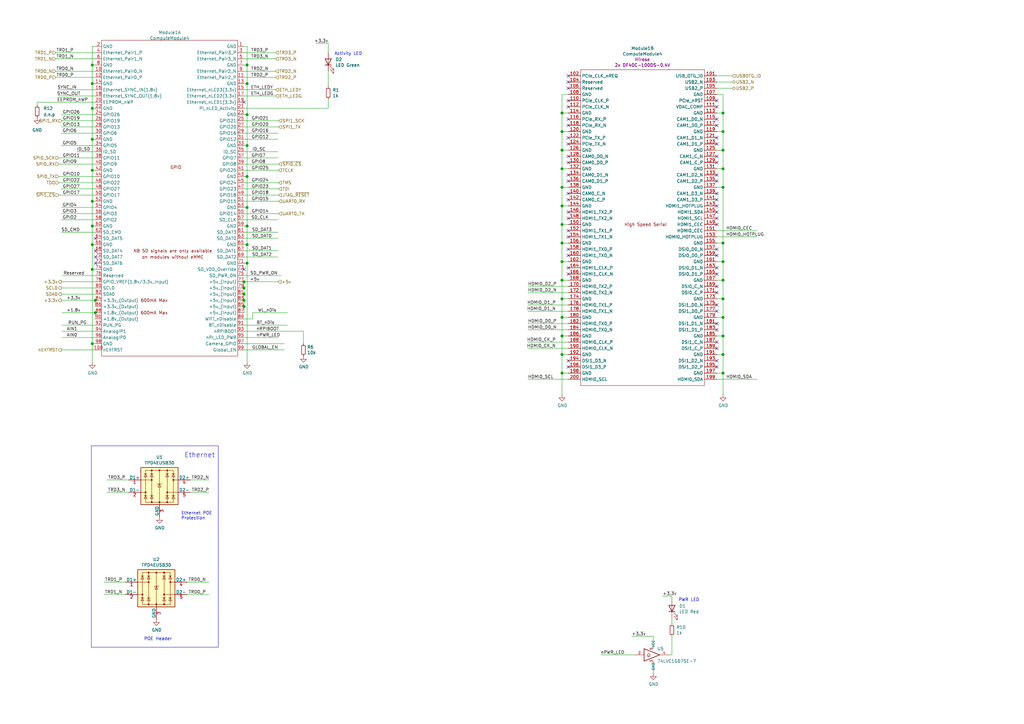
<source format=kicad_sch>
(kicad_sch (version 20230121) (generator eeschema)
  (paper "A3")
  (title_block (title "Compute Module 4 IO Board - GPIO - Ethernet") (rev "1") (company "© 2020-2022 Raspberry Pi Ltd (formerly Raspberry Pi (Trading) Ltd.)") (comment 1 "www.raspberrypi.com"))
  (lib_symbols
    (symbol "CM4IO:74LVC1G07_copy"
      (property "Reference" "U" (at -2.54 3.81 0))
      (property "Value" "74LVC1G07_copy" (at 0 -3.81 0))
      (symbol "74LVC1G07_copy_0_1"
        (polyline (pts (xy -2.54 -0.635) (xy -1.27 -0.635)))
        (polyline (pts (xy -3.81 2.54) (xy -3.81 -2.54) (xy 2.54 0) (xy -3.81 2.54)) (stroke (width 0.254)))
        (polyline (pts (xy -1.905 0.635) (xy -2.54 0) (xy -1.905 -0.635) (xy -1.27 0) (xy -1.905 0.635)))
      )
      (symbol "74LVC1G07_copy_1_1"
        (pin input line (at -7.62 0 0) (length 3.81) (name "~") (number "2"))
        (pin power_in line (at 0 -2.54 270) (length 0) (name "GND") (number "3"))
        (pin open_collector line (at 6.35 0 180) (length 3.81) (name "~") (number "4"))
        (pin power_in line (at 0 2.54 90) (length 0) (name "VCC") (number "5"))
      )
    )
    (symbol "CM4IO:ComputeModule4-CM4"
      (property "Reference" "Module" (at 113.03 -68.58 0))
      (property "Value" "ComputeModule4-CM4" (at 140.97 2.54 0))
      (property "Field4" "Hirose" (at 0 0 0))
      (property "Field5" "2x DF40C-100DS-0.4V" (at 0 -2.54 0))
      (symbol "ComputeModule4-CM4_1_0"
        (text "GPIO" (at 0 6.35 0) (effects (font (size 1.27 1.27))))
      )
      (symbol "ComputeModule4-CM4_1_1"
        (rectangle (start -30.48 -71.12) (end 25.4 58.42))
        (text "600mA Max" (at -8.89 -53.34 0) (effects (font (size 1.27 1.27))))
        (text "600mA Max" (at -8.89 -48.26 0) (effects (font (size 1.27 1.27))))
        (text "NB SD signals are only available" (at -1.27 -27.94 0) (effects (font (size 1.27 1.27))))
        (text "on modules without eMMC" (at -1.27 -30.48 0) (effects (font (size 1.27 1.27))))
        (pin power_in line (at 27.94 55.88 180) (length 2.54) (name "GND") (number "1"))
        (pin passive line (at -33.02 45.72 0) (length 2.54) (name "Ethernet_Pair0_N") (number "10"))
        (pin output line (at -33.02 -68.58 0) (length 2.54) (name "nEXTRST") (number "100"))
        (pin passive line (at 27.94 43.18 180) (length 2.54) (name "Ethernet_Pair2_P") (number "11"))
        (pin passive line (at -33.02 43.18 0) (length 2.54) (name "Ethernet_Pair0_P") (number "12"))
        (pin power_in line (at 27.94 40.64 180) (length 2.54) (name "GND") (number "13"))
        (pin power_in line (at -33.02 40.64 0) (length 2.54) (name "GND") (number "14"))
        (pin output line (at 27.94 38.1 180) (length 2.54) (name "Ethernet_nLED3(3.3v)") (number "15"))
        (pin input line (at -33.02 38.1 0) (length 2.54) (name "Ethernet_SYNC_IN(1.8v)") (number "16"))
        (pin output line (at 27.94 35.56 180) (length 2.54) (name "Ethernet_nLED2(3.3v)") (number "17"))
        (pin input line (at -33.02 35.56 0) (length 2.54) (name "Ethernet_SYNC_OUT(1.8v)") (number "18"))
        (pin output line (at 27.94 33.02 180) (length 2.54) (name "Ethernet_nLED1(3.3v)") (number "19"))
        (pin power_in line (at -33.02 55.88 0) (length 2.54) (name "GND") (number "2"))
        (pin passive line (at -33.02 33.02 0) (length 2.54) (name "EEPROM_nWP") (number "20"))
        (pin open_collector line (at 27.94 30.48 180) (length 2.54) (name "PI_nLED_Activity") (number "21"))
        (pin power_in line (at -33.02 30.48 0) (length 2.54) (name "GND") (number "22"))
        (pin power_in line (at 27.94 27.94 180) (length 2.54) (name "GND") (number "23"))
        (pin passive line (at -33.02 27.94 0) (length 2.54) (name "GPIO26") (number "24"))
        (pin passive line (at 27.94 25.4 180) (length 2.54) (name "GPIO21") (number "25"))
        (pin passive line (at -33.02 25.4 0) (length 2.54) (name "GPIO19") (number "26"))
        (pin passive line (at 27.94 22.86 180) (length 2.54) (name "GPIO20") (number "27"))
        (pin passive line (at -33.02 22.86 0) (length 2.54) (name "GPIO13") (number "28"))
        (pin passive line (at 27.94 20.32 180) (length 2.54) (name "GPIO16") (number "29"))
        (pin passive line (at 27.94 53.34 180) (length 2.54) (name "Ethernet_Pair3_P") (number "3"))
        (pin passive line (at -33.02 20.32 0) (length 2.54) (name "GPIO6") (number "30"))
        (pin passive line (at 27.94 17.78 180) (length 2.54) (name "GPIO12") (number "31"))
        (pin power_in line (at -33.02 17.78 0) (length 2.54) (name "GND") (number "32"))
        (pin power_in line (at 27.94 15.24 180) (length 2.54) (name "GND") (number "33"))
        (pin passive line (at -33.02 15.24 0) (length 2.54) (name "GPIO5") (number "34"))
        (pin passive line (at 27.94 12.7 180) (length 2.54) (name "ID_SC") (number "35"))
        (pin passive line (at -33.02 12.7 0) (length 2.54) (name "ID_SD") (number "36"))
        (pin passive line (at 27.94 10.16 180) (length 2.54) (name "GPIO7") (number "37"))
        (pin passive line (at -33.02 10.16 0) (length 2.54) (name "GPIO11") (number "38"))
        (pin passive line (at 27.94 7.62 180) (length 2.54) (name "GPIO8") (number "39"))
        (pin passive line (at -33.02 53.34 0) (length 2.54) (name "Ethernet_Pair1_P") (number "4"))
        (pin passive line (at -33.02 7.62 0) (length 2.54) (name "GPIO9") (number "40"))
        (pin passive line (at 27.94 5.08 180) (length 2.54) (name "GPIO25") (number "41"))
        (pin power_in line (at -33.02 5.08 0) (length 2.54) (name "GND") (number "42"))
        (pin power_in line (at 27.94 2.54 180) (length 2.54) (name "GND") (number "43"))
        (pin passive line (at -33.02 2.54 0) (length 2.54) (name "GPIO10") (number "44"))
        (pin passive line (at 27.94 0 180) (length 2.54) (name "GPIO24") (number "45"))
        (pin passive line (at -33.02 0 0) (length 2.54) (name "GPIO22") (number "46"))
        (pin passive line (at 27.94 -2.54 180) (length 2.54) (name "GPIO23") (number "47"))
        (pin passive line (at -33.02 -2.54 0) (length 2.54) (name "GPIO27") (number "48"))
        (pin passive line (at 27.94 -5.08 180) (length 2.54) (name "GPIO18") (number "49"))
        (pin passive line (at 27.94 50.8 180) (length 2.54) (name "Ethernet_Pair3_N") (number "5"))
        (pin passive line (at -33.02 -5.08 0) (length 2.54) (name "GPIO17") (number "50"))
        (pin passive line (at 27.94 -7.62 180) (length 2.54) (name "GPIO15") (number "51"))
        (pin power_in line (at -33.02 -7.62 0) (length 2.54) (name "GND") (number "52"))
        (pin power_in line (at 27.94 -10.16 180) (length 2.54) (name "GND") (number "53"))
        (pin passive line (at -33.02 -10.16 0) (length 2.54) (name "GPIO4") (number "54"))
        (pin passive line (at 27.94 -12.7 180) (length 2.54) (name "GPIO14") (number "55"))
        (pin passive line (at -33.02 -12.7 0) (length 2.54) (name "GPIO3") (number "56"))
        (pin passive line (at 27.94 -15.24 180) (length 2.54) (name "SD_CLK") (number "57"))
        (pin passive line (at -33.02 -15.24 0) (length 2.54) (name "GPIO2") (number "58"))
        (pin power_in line (at 27.94 -17.78 180) (length 2.54) (name "GND") (number "59"))
        (pin passive line (at -33.02 50.8 0) (length 2.54) (name "Ethernet_Pair1_N") (number "6"))
        (pin power_in line (at -33.02 -17.78 0) (length 2.54) (name "GND") (number "60"))
        (pin passive line (at 27.94 -20.32 180) (length 2.54) (name "SD_DAT3") (number "61"))
        (pin passive line (at -33.02 -20.32 0) (length 2.54) (name "SD_CMD") (number "62"))
        (pin passive line (at 27.94 -22.86 180) (length 2.54) (name "SD_DAT0") (number "63"))
        (pin passive line (at -33.02 -22.86 0) (length 2.54) (name "SD_DAT5") (number "64"))
        (pin power_in line (at 27.94 -25.4 180) (length 2.54) (name "GND") (number "65"))
        (pin power_in line (at -33.02 -25.4 0) (length 2.54) (name "GND") (number "66"))
        (pin passive line (at 27.94 -27.94 180) (length 2.54) (name "SD_DAT1") (number "67"))
        (pin passive line (at -33.02 -27.94 0) (length 2.54) (name "SD_DAT4") (number "68"))
        (pin passive line (at 27.94 -30.48 180) (length 2.54) (name "SD_DAT2") (number "69"))
        (pin power_in line (at 27.94 48.26 180) (length 2.54) (name "GND") (number "7"))
        (pin passive line (at -33.02 -30.48 0) (length 2.54) (name "SD_DAT7") (number "70"))
        (pin power_in line (at 27.94 -33.02 180) (length 2.54) (name "GND") (number "71"))
        (pin passive line (at -33.02 -33.02 0) (length 2.54) (name "SD_DAT6") (number "72"))
        (pin input line (at 27.94 -35.56 180) (length 2.54) (name "SD_VDD_Override") (number "73"))
        (pin power_in line (at -33.02 -35.56 0) (length 2.54) (name "GND") (number "74"))
        (pin output line (at 27.94 -38.1 180) (length 2.54) (name "SD_PWR_ON") (number "75"))
        (pin passive line (at -33.02 -38.1 0) (length 2.54) (name "Reserved") (number "76"))
        (pin power_in line (at 27.94 -40.64 180) (length 2.54) (name "+5v_(Input)") (number "77"))
        (pin power_in line (at -33.02 -40.64 0) (length 2.54) (name "GPIO_VREF(1.8v/3.3v_Input)") (number "78"))
        (pin power_in line (at 27.94 -43.18 180) (length 2.54) (name "+5v_(Input)") (number "79"))
        (pin power_in line (at -33.02 48.26 0) (length 2.54) (name "GND") (number "8"))
        (pin passive line (at -33.02 -43.18 0) (length 2.54) (name "SCL0") (number "80"))
        (pin power_in line (at 27.94 -45.72 180) (length 2.54) (name "+5v_(Input)") (number "81"))
        (pin passive line (at -33.02 -45.72 0) (length 2.54) (name "SDA0") (number "82"))
        (pin power_in line (at 27.94 -48.26 180) (length 2.54) (name "+5v_(Input)") (number "83"))
        (pin power_out line (at -33.02 -48.26 0) (length 2.54) (name "+3.3v_(Output)") (number "84"))
        (pin power_in line (at 27.94 -50.8 180) (length 2.54) (name "+5v_(Input)") (number "85"))
        (pin power_out line (at -33.02 -50.8 0) (length 2.54) (name "+3.3v_(Output)") (number "86"))
        (pin power_in line (at 27.94 -53.34 180) (length 2.54) (name "+5v_(Input)") (number "87"))
        (pin power_out line (at -33.02 -53.34 0) (length 2.54) (name "+1.8v_(Output)") (number "88"))
        (pin power_in line (at 27.94 -55.88 180) (length 2.54) (name "WiFi_nDisable") (number "89"))
        (pin passive line (at 27.94 45.72 180) (length 2.54) (name "Ethernet_Pair2_N") (number "9"))
        (pin power_out line (at -33.02 -55.88 0) (length 2.54) (name "+1.8v_(Output)") (number "90"))
        (pin power_in line (at 27.94 -58.42 180) (length 2.54) (name "BT_nDisable") (number "91"))
        (pin passive line (at -33.02 -58.42 0) (length 2.54) (name "RUN_PG") (number "92"))
        (pin input line (at 27.94 -60.96 180) (length 2.54) (name "nRPIBOOT") (number "93"))
        (pin passive line (at -33.02 -60.96 0) (length 2.54) (name "AnalogIP1") (number "94"))
        (pin output line (at 27.94 -63.5 180) (length 2.54) (name "nPI_LED_PWR") (number "95"))
        (pin passive line (at -33.02 -63.5 0) (length 2.54) (name "AnalogIP0") (number "96"))
        (pin passive line (at 27.94 -66.04 180) (length 2.54) (name "Camera_GPIO") (number "97"))
        (pin power_in line (at -33.02 -66.04 0) (length 2.54) (name "GND") (number "98"))
        (pin input line (at 27.94 -68.58 180) (length 2.54) (name "Global_EN") (number "99"))
      )
      (symbol "ComputeModule4-CM4_2_1"
        (rectangle (start 114.3 -66.04) (end 165.1 63.5))
        (text "High Speed Serial" (at 140.97 0 0) (effects (font (size 1.27 1.27))))
        (pin input line (at 170.18 60.96 180) (length 5.08) (name "USB_OTG_ID") (number "101"))
        (pin input line (at 109.22 60.96 0) (length 5.08) (name "PCIe_CLK_nREQ") (number "102"))
        (pin passive line (at 170.18 58.42 180) (length 5.08) (name "USB2_N") (number "103"))
        (pin passive line (at 109.22 58.42 0) (length 5.08) (name "Reserved") (number "104"))
        (pin passive line (at 170.18 55.88 180) (length 5.08) (name "USB2_P") (number "105"))
        (pin passive line (at 109.22 55.88 0) (length 5.08) (name "Reserved") (number "106"))
        (pin power_in line (at 170.18 53.34 180) (length 5.08) (name "GND") (number "107"))
        (pin power_in line (at 109.22 53.34 0) (length 5.08) (name "GND") (number "108"))
        (pin bidirectional line (at 170.18 50.8 180) (length 5.08) (name "PCIe_nRST") (number "109"))
        (pin output line (at 109.22 50.8 0) (length 5.08) (name "PCIe_CLK_P") (number "110"))
        (pin passive line (at 170.18 48.26 180) (length 5.08) (name "VDAC_COMP") (number "111"))
        (pin output line (at 109.22 48.26 0) (length 5.08) (name "PCIe_CLK_N") (number "112"))
        (pin power_in line (at 170.18 45.72 180) (length 5.08) (name "GND") (number "113"))
        (pin power_in line (at 109.22 45.72 0) (length 5.08) (name "GND") (number "114"))
        (pin input line (at 170.18 43.18 180) (length 5.08) (name "CAM1_D0_N") (number "115"))
        (pin input line (at 109.22 43.18 0) (length 5.08) (name "PCIe_RX_P") (number "116"))
        (pin input line (at 170.18 40.64 180) (length 5.08) (name "CAM1_D0_P") (number "117"))
        (pin input line (at 109.22 40.64 0) (length 5.08) (name "PCIe_RX_N") (number "118"))
        (pin power_in line (at 170.18 38.1 180) (length 5.08) (name "GND") (number "119"))
        (pin power_in line (at 109.22 38.1 0) (length 5.08) (name "GND") (number "120"))
        (pin input line (at 170.18 35.56 180) (length 5.08) (name "CAM1_D1_N") (number "121"))
        (pin output line (at 109.22 35.56 0) (length 5.08) (name "PCIe_TX_P") (number "122"))
        (pin input line (at 170.18 33.02 180) (length 5.08) (name "CAM1_D1_P") (number "123"))
        (pin output line (at 109.22 33.02 0) (length 5.08) (name "PCIe_TX_N") (number "124"))
        (pin power_in line (at 170.18 30.48 180) (length 5.08) (name "GND") (number "125"))
        (pin power_in line (at 109.22 30.48 0) (length 5.08) (name "GND") (number "126"))
        (pin input line (at 170.18 27.94 180) (length 5.08) (name "CAM1_C_N") (number "127"))
        (pin input line (at 109.22 27.94 0) (length 5.08) (name "CAM0_D0_N") (number "128"))
        (pin input line (at 170.18 25.4 180) (length 5.08) (name "CAM1_C_P") (number "129"))
        (pin input line (at 109.22 25.4 0) (length 5.08) (name "CAM0_D0_P") (number "130"))
        (pin power_in line (at 170.18 22.86 180) (length 5.08) (name "GND") (number "131"))
        (pin power_in line (at 109.22 22.86 0) (length 5.08) (name "GND") (number "132"))
        (pin input line (at 170.18 20.32 180) (length 5.08) (name "CAM1_D2_N") (number "133"))
        (pin input line (at 109.22 20.32 0) (length 5.08) (name "CAM0_D1_N") (number "134"))
        (pin input line (at 170.18 17.78 180) (length 5.08) (name "CAM1_D2_P") (number "135"))
        (pin input line (at 109.22 17.78 0) (length 5.08) (name "CAM0_D1_P") (number "136"))
        (pin power_in line (at 170.18 15.24 180) (length 5.08) (name "GND") (number "137"))
        (pin power_in line (at 109.22 15.24 0) (length 5.08) (name "GND") (number "138"))
        (pin input line (at 170.18 12.7 180) (length 5.08) (name "CAM1_D3_N") (number "139"))
        (pin input line (at 109.22 12.7 0) (length 5.08) (name "CAM0_C_N") (number "140"))
        (pin input line (at 170.18 10.16 180) (length 5.08) (name "CAM1_D3_P") (number "141"))
        (pin input line (at 109.22 10.16 0) (length 5.08) (name "CAM0_C_P") (number "142"))
        (pin input line (at 170.18 7.62 180) (length 5.08) (name "HDMI1_HOTPLUG") (number "143"))
        (pin power_in line (at 109.22 7.62 0) (length 5.08) (name "GND") (number "144"))
        (pin bidirectional line (at 170.18 5.08 180) (length 5.08) (name "HDMI1_SDA") (number "145"))
        (pin output line (at 109.22 5.08 0) (length 5.08) (name "HDMI1_TX2_P") (number "146"))
        (pin open_collector line (at 170.18 2.54 180) (length 5.08) (name "HDMI1_SCL") (number "147"))
        (pin output line (at 109.22 2.54 0) (length 5.08) (name "HDMI1_TX2_N") (number "148"))
        (pin open_collector line (at 170.18 0 180) (length 5.08) (name "HDMI1_CEC") (number "149"))
        (pin power_in line (at 109.22 0 0) (length 5.08) (name "GND") (number "150"))
        (pin open_collector line (at 170.18 -2.54 180) (length 5.08) (name "HDMI0_CEC") (number "151"))
        (pin output line (at 109.22 -2.54 0) (length 5.08) (name "HDMI1_TX1_P") (number "152"))
        (pin input line (at 170.18 -5.08 180) (length 5.08) (name "HDMI0_HOTPLUG") (number "153"))
        (pin output line (at 109.22 -5.08 0) (length 5.08) (name "HDMI1_TX1_N") (number "154"))
        (pin power_in line (at 170.18 -7.62 180) (length 5.08) (name "GND") (number "155"))
        (pin power_in line (at 109.22 -7.62 0) (length 5.08) (name "GND") (number "156"))
        (pin output line (at 170.18 -10.16 180) (length 5.08) (name "DSI0_D0_N") (number "157"))
        (pin output line (at 109.22 -10.16 0) (length 5.08) (name "HDMI1_TX0_P") (number "158"))
        (pin output line (at 170.18 -12.7 180) (length 5.08) (name "DSI0_D0_P") (number "159"))
        (pin output line (at 109.22 -12.7 0) (length 5.08) (name "HDMI1_TX0_N") (number "160"))
        (pin power_in line (at 170.18 -15.24 180) (length 5.08) (name "GND") (number "161"))
        (pin power_in line (at 109.22 -15.24 0) (length 5.08) (name "GND") (number "162"))
        (pin output line (at 170.18 -17.78 180) (length 5.08) (name "DSI0_D1_N") (number "163"))
        (pin output line (at 109.22 -17.78 0) (length 5.08) (name "HDMI1_CLK_P") (number "164"))
        (pin output line (at 170.18 -20.32 180) (length 5.08) (name "DSI0_D1_P") (number "165"))
        (pin output line (at 109.22 -20.32 0) (length 5.08) (name "HDMI1_CLK_N") (number "166"))
        (pin power_in line (at 170.18 -22.86 180) (length 5.08) (name "GND") (number "167"))
        (pin power_in line (at 109.22 -22.86 0) (length 5.08) (name "GND") (number "168"))
        (pin output line (at 170.18 -25.4 180) (length 5.08) (name "DSI0_C_N") (number "169"))
        (pin output line (at 109.22 -25.4 0) (length 5.08) (name "HDMI0_TX2_P") (number "170"))
        (pin output line (at 170.18 -27.94 180) (length 5.08) (name "DSI0_C_P") (number "171"))
        (pin output line (at 109.22 -27.94 0) (length 5.08) (name "HDMI0_TX2_N") (number "172"))
        (pin power_in line (at 170.18 -30.48 180) (length 5.08) (name "GND") (number "173"))
        (pin power_in line (at 109.22 -30.48 0) (length 5.08) (name "GND") (number "174"))
        (pin output line (at 170.18 -33.02 180) (length 5.08) (name "DSI1_D0_N") (number "175"))
        (pin output line (at 109.22 -33.02 0) (length 5.08) (name "HDMI0_TX1_P") (number "176"))
        (pin output line (at 170.18 -35.56 180) (length 5.08) (name "DSI1_D0_P") (number "177"))
        (pin output line (at 109.22 -35.56 0) (length 5.08) (name "HDMI0_TX1_N") (number "178"))
        (pin power_in line (at 170.18 -38.1 180) (length 5.08) (name "GND") (number "179"))
        (pin power_in line (at 109.22 -38.1 0) (length 5.08) (name "GND") (number "180"))
        (pin output line (at 170.18 -40.64 180) (length 5.08) (name "DSI1_D1_N") (number "181"))
        (pin output line (at 109.22 -40.64 0) (length 5.08) (name "HDMI0_TX0_P") (number "182"))
        (pin output line (at 170.18 -43.18 180) (length 5.08) (name "DSI1_D1_P") (number "183"))
        (pin output line (at 109.22 -43.18 0) (length 5.08) (name "HDMI0_TX0_N") (number "184"))
        (pin power_in line (at 170.18 -45.72 180) (length 5.08) (name "GND") (number "185"))
        (pin power_in line (at 109.22 -45.72 0) (length 5.08) (name "GND") (number "186"))
        (pin output line (at 170.18 -48.26 180) (length 5.08) (name "DSI1_C_N") (number "187"))
        (pin output line (at 109.22 -48.26 0) (length 5.08) (name "HDMI0_CLK_P") (number "188"))
        (pin output line (at 170.18 -50.8 180) (length 5.08) (name "DSI1_C_P") (number "189"))
        (pin output line (at 109.22 -50.8 0) (length 5.08) (name "HDMI0_CLK_N") (number "190"))
        (pin power_in line (at 170.18 -53.34 180) (length 5.08) (name "GND") (number "191"))
        (pin power_in line (at 109.22 -53.34 0) (length 5.08) (name "GND") (number "192"))
        (pin output line (at 170.18 -55.88 180) (length 5.08) (name "DSI1_D2_N") (number "193"))
        (pin output line (at 109.22 -55.88 0) (length 5.08) (name "DSI1_D3_N") (number "194"))
        (pin output line (at 170.18 -58.42 180) (length 5.08) (name "DSI1_D2_P") (number "195"))
        (pin output line (at 109.22 -58.42 0) (length 5.08) (name "DSI1_D3_P") (number "196"))
        (pin power_in line (at 170.18 -60.96 180) (length 5.08) (name "GND") (number "197"))
        (pin power_in line (at 109.22 -60.96 0) (length 5.08) (name "GND") (number "198"))
        (pin bidirectional line (at 170.18 -63.5 180) (length 5.08) (name "HDMI0_SDA") (number "199"))
        (pin open_collector line (at 109.22 -63.5 0) (length 5.08) (name "HDMI0_SCL") (number "200"))
      )
    )
    (symbol "CM4IO:TPD4EUSB30" (pin_names (offset 0))
      (property "Reference" "U" (at -0.635 8.89 0))
      (property "Value" "TPD4EUSB30" (at 8.89 -10.16 0))
      (symbol "TPD4EUSB30_0_0"
        (rectangle (start -5.715 6.477) (end 5.715 -6.604))
        (polyline (pts (xy -3.175 -6.604) (xy -3.175 6.477)))
        (polyline (pts (xy 0 6.477) (xy 0 -6.604)))
        (polyline (pts (xy 3.175 6.477) (xy 3.175 -6.604)))
      )
      (symbol "TPD4EUSB30_0_1"
        (rectangle (start -7.62 7.62) (end 7.62 -7.62) (stroke (width 0.254)) (fill (type background)))
        (circle (center -5.715 -2.54) (radius 0.2794) (fill (type outline)))
        (circle (center -3.175 -6.604) (radius 0.2794) (fill (type outline)))
        (circle (center -3.175 2.54) (radius 0.2794) (fill (type outline)))
        (circle (center -3.175 6.477) (radius 0.2794) (fill (type outline)))
        (circle (center 0 -6.604) (radius 0.2794) (fill (type outline)))
        (polyline (pts (xy -7.747 2.54) (xy -3.175 2.54)))
        (polyline (pts (xy -7.62 -2.54) (xy -5.715 -2.54)))
        (polyline (pts (xy -5.08 -3.81) (xy -6.35 -3.81)))
        (polyline (pts (xy -5.08 5.08) (xy -6.35 5.08)))
        (polyline (pts (xy -2.54 -3.81) (xy -3.81 -3.81)))
        (polyline (pts (xy -2.54 5.08) (xy -3.81 5.08)))
        (polyline (pts (xy -0.635 0.889) (xy -1.016 0.635)))
        (polyline (pts (xy 0 -6.604) (xy 0 -7.62)))
        (polyline (pts (xy 0.635 0.889) (xy -0.635 0.889)))
        (polyline (pts (xy 0.635 0.889) (xy 1.016 1.143)))
        (polyline (pts (xy 3.81 -3.81) (xy 2.54 -3.81)))
        (polyline (pts (xy 3.81 5.08) (xy 2.54 5.08)))
        (polyline (pts (xy 6.35 -3.81) (xy 5.08 -3.81)))
        (polyline (pts (xy 6.35 5.08) (xy 5.08 5.08)))
        (polyline (pts (xy 7.62 -2.54) (xy 3.175 -2.54)))
        (polyline (pts (xy 7.62 2.54) (xy 5.715 2.54)))
        (polyline (pts (xy -5.08 -5.08) (xy -6.35 -5.08) (xy -5.715 -3.81) (xy -5.08 -5.08)))
        (polyline (pts (xy -5.08 3.81) (xy -6.35 3.81) (xy -5.715 5.08) (xy -5.08 3.81)))
        (polyline (pts (xy -2.54 -5.08) (xy -3.81 -5.08) (xy -3.175 -3.81) (xy -2.54 -5.08)))
        (polyline (pts (xy -2.54 3.81) (xy -3.81 3.81) (xy -3.175 5.08) (xy -2.54 3.81)))
        (polyline (pts (xy 0.635 -0.381) (xy -0.635 -0.381) (xy 0 0.889) (xy 0.635 -0.381)))
        (polyline (pts (xy 3.81 -5.08) (xy 2.54 -5.08) (xy 3.175 -3.81) (xy 3.81 -5.08)))
        (polyline (pts (xy 3.81 3.81) (xy 2.54 3.81) (xy 3.175 5.08) (xy 3.81 3.81)))
        (polyline (pts (xy 6.35 -5.08) (xy 5.08 -5.08) (xy 5.715 -3.81) (xy 6.35 -5.08)))
        (polyline (pts (xy 6.35 3.81) (xy 5.08 3.81) (xy 5.715 5.08) (xy 6.35 3.81)))
        (circle (center 0 6.477) (radius 0.2794) (fill (type outline)))
        (circle (center 3.175 -6.604) (radius 0.2794) (fill (type outline)))
        (circle (center 3.175 -2.54) (radius 0.2794) (fill (type outline)))
        (circle (center 3.175 6.477) (radius 0.2794) (fill (type outline)))
        (circle (center 5.715 2.54) (radius 0.2794) (fill (type outline)))
      )
      (symbol "TPD4EUSB30_1_1"
        (pin passive line (at -12.7 2.54 0) (length 5.08) (name "D1+") (number "1"))
        (pin passive line (at -12.7 2.54 0) (length 5.08) hide (name "~") (number "10"))
        (pin passive line (at -12.7 -2.54 0) (length 5.08) (name "D1-") (number "2"))
        (pin power_in line (at 0 -12.7 90) (length 5.08) (name "GND") (number "3"))
        (pin passive line (at 12.7 2.54 180) (length 5.08) (name "D2+") (number "4"))
        (pin passive line (at 12.7 -2.54 180) (length 5.08) (name "D2-") (number "5"))
        (pin passive line (at 12.7 -2.54 180) (length 5.08) hide (name "~") (number "6"))
        (pin passive line (at 12.7 2.54 180) (length 5.08) hide (name "~") (number "7"))
        (pin passive line (at 0 -12.7 90) (length 5.08) hide (name "GND") (number "8"))
        (pin passive line (at -12.7 -2.54 0) (length 5.08) hide (name "~") (number "9"))
      )
    )
    (symbol "Device:LED" (pin_numbers hide) (pin_names (offset 1.016) hide)
      (property "Reference" "D" (at 0 2.54 0))
      (property "Value" "LED" (at 0 -2.54 0))
      (symbol "LED_0_1"
        (polyline (pts (xy -1.27 -1.27) (xy -1.27 1.27)) (stroke (width 0.254)))
        (polyline (pts (xy -1.27 0) (xy 1.27 0)))
        (polyline (pts (xy 1.27 -1.27) (xy 1.27 1.27) (xy -1.27 0) (xy 1.27 -1.27)) (stroke (width 0.254)))
        (polyline (pts (xy -3.048 -0.762) (xy -4.572 -2.286) (xy -3.81 -2.286) (xy -4.572 -2.286) (xy -4.572 -1.524)))
        (polyline (pts (xy -1.778 -0.762) (xy -3.302 -2.286) (xy -2.54 -2.286) (xy -3.302 -2.286) (xy -3.302 -1.524)))
      )
      (symbol "LED_1_1"
        (pin passive line (at -3.81 0 0) (length 2.54) (name "K") (number "1"))
        (pin passive line (at 3.81 0 180) (length 2.54) (name "A") (number "2"))
      )
    )
    (symbol "Device:R_Small" (pin_numbers hide) (pin_names (offset 0.254) hide)
      (property "Reference" "R" (at 0.762 0.508 0))
      (property "Value" "R_Small" (at 0.762 -1.016 0))
      (symbol "R_Small_0_1"
        (rectangle (start -0.762 1.778) (end 0.762 -1.778) (stroke (width 0.2032)))
      )
      (symbol "R_Small_1_1"
        (pin passive line (at 0 2.54 270) (length 0.762) (name "~") (number "1"))
        (pin passive line (at 0 -2.54 90) (length 0.762) (name "~") (number "2"))
      )
    )
    (symbol "power:GND" (power) (pin_names (offset 0))
      (property "Value" "GND" (at 0 -3.81 0))
      (symbol "GND_0_1"
        (polyline (pts (xy 0 0) (xy 0 -1.27) (xy 1.27 -1.27) (xy 0 -2.54) (xy -1.27 -1.27) (xy 0 -1.27)))
      )
      (symbol "GND_1_1"
        (pin power_in line (at 0 0 270) (length 0) hide (name "GND") (number "1"))
      )
    )
  )
  (junction (at 37.846 92.71) (diameter 1.016))
  (junction (at 230.505 137.795) (diameter 1.016))
  (junction (at 230.505 84.455) (diameter 1.016))
  (junction (at 101.346 59.69) (diameter 1.016))
  (junction (at 230.505 145.415) (diameter 1.016))
  (junction (at 296.545 130.175) (diameter 1.016))
  (junction (at 101.346 46.99) (diameter 1.016))
  (junction (at 101.346 72.39) (diameter 1.016))
  (junction (at 296.545 153.035) (diameter 1.016))
  (junction (at 101.346 26.67) (diameter 1.016))
  (junction (at 100.076 125.73) (diameter 1.016))
  (junction (at 101.346 85.09) (diameter 1.016))
  (junction (at 296.545 114.935) (diameter 1.016))
  (junction (at 37.846 69.85) (diameter 1.016))
  (junction (at 296.545 99.695) (diameter 1.016))
  (junction (at 296.545 46.355) (diameter 1.016))
  (junction (at 296.545 76.835) (diameter 1.016))
  (junction (at 230.505 69.215) (diameter 1.016))
  (junction (at 230.505 76.835) (diameter 1.016))
  (junction (at 37.846 26.67) (diameter 1.016))
  (junction (at 100.076 120.65) (diameter 1.016))
  (junction (at 230.505 92.075) (diameter 1.016))
  (junction (at 230.505 46.355) (diameter 1.016))
  (junction (at 37.846 100.33) (diameter 1.016))
  (junction (at 37.846 44.45) (diameter 1.016))
  (junction (at 230.505 99.695) (diameter 1.016))
  (junction (at 39.116 123.19) (diameter 1.016))
  (junction (at 296.545 145.415) (diameter 1.016))
  (junction (at 230.505 153.035) (diameter 1.016))
  (junction (at 101.346 107.95) (diameter 1.016))
  (junction (at 101.346 34.29) (diameter 1.016))
  (junction (at 296.545 122.555) (diameter 1.016))
  (junction (at 296.545 61.595) (diameter 1.016))
  (junction (at 101.346 92.71) (diameter 1.016))
  (junction (at 100.076 115.57) (diameter 1.016))
  (junction (at 296.545 137.795) (diameter 1.016))
  (junction (at 100.076 123.19) (diameter 1.016))
  (junction (at 101.346 100.33) (diameter 1.016))
  (junction (at 37.846 82.55) (diameter 1.016))
  (junction (at 296.545 53.975) (diameter 1.016))
  (junction (at 39.116 128.27) (diameter 1.016))
  (junction (at 296.545 107.315) (diameter 1.016))
  (junction (at 230.505 61.595) (diameter 1.016))
  (junction (at 230.505 53.975) (diameter 1.016))
  (junction (at 37.846 110.49) (diameter 1.016))
  (junction (at 37.846 34.29) (diameter 1.016))
  (junction (at 296.545 69.215) (diameter 1.016))
  (junction (at 230.505 122.555) (diameter 1.016))
  (junction (at 230.505 114.935) (diameter 1.016))
  (junction (at 230.505 107.315) (diameter 1.016))
  (junction (at 37.846 57.15) (diameter 1.016))
  (junction (at 37.846 140.97) (diameter 1.016))
  (junction (at 230.505 130.175) (diameter 1.016))
  (junction (at 100.076 118.11) (diameter 1.016))
  (no_connect (at 294.005 150.495))
  (no_connect (at 294.005 74.295))
  (no_connect (at 233.045 48.895))
  (no_connect (at 233.045 36.195))
  (no_connect (at 233.045 89.535))
  (no_connect (at 233.045 43.815))
  (no_connect (at 294.005 41.275))
  (no_connect (at 233.045 31.115))
  (no_connect (at 294.005 117.475))
  (no_connect (at 100.076 110.49))
  (no_connect (at 233.045 150.495))
  (no_connect (at 233.045 41.275))
  (no_connect (at 294.005 51.435))
  (no_connect (at 233.045 97.155))
  (no_connect (at 233.045 79.375))
  (no_connect (at 294.005 59.055))
  (no_connect (at 294.005 81.915))
  (no_connect (at 294.005 66.675))
  (no_connect (at 294.005 56.515))
  (no_connect (at 294.005 125.095))
  (no_connect (at 294.005 135.255))
  (no_connect (at 233.045 102.235))
  (no_connect (at 233.045 56.515))
  (no_connect (at 294.005 104.775))
  (no_connect (at 233.045 86.995))
  (no_connect (at 39.116 97.79))
  (no_connect (at 294.005 84.455))
  (no_connect (at 294.005 142.875))
  (no_connect (at 233.045 59.055))
  (no_connect (at 294.005 147.955))
  (no_connect (at 233.045 81.915))
  (no_connect (at 233.045 64.135))
  (no_connect (at 294.005 127.635))
  (no_connect (at 294.005 43.815))
  (no_connect (at 233.045 74.295))
  (no_connect (at 294.005 64.135))
  (no_connect (at 294.005 92.075))
  (no_connect (at 233.045 51.435))
  (no_connect (at 294.005 102.235))
  (no_connect (at 294.005 79.375))
  (no_connect (at 233.045 109.855))
  (no_connect (at 294.005 109.855))
  (no_connect (at 233.045 94.615))
  (no_connect (at 100.076 41.91))
  (no_connect (at 294.005 48.895))
  (no_connect (at 233.045 112.395))
  (no_connect (at 294.005 140.335))
  (no_connect (at 294.005 132.715))
  (no_connect (at 39.116 107.95))
  (no_connect (at 233.045 104.775))
  (no_connect (at 294.005 89.535))
  (no_connect (at 39.116 105.41))
  (no_connect (at 294.005 86.995))
  (no_connect (at 294.005 120.015))
  (no_connect (at 233.045 71.755))
  (no_connect (at 233.045 66.675))
  (no_connect (at 294.005 112.395))
  (no_connect (at 294.005 71.755))
  (no_connect (at 233.045 33.655))
  (no_connect (at 39.116 102.87))
  (no_connect (at 233.045 147.955))
  (wire (pts (xy 294.005 31.115) (xy 300.355 31.115)))
  (wire (pts (xy 25.146 118.11) (xy 39.116 118.11)))
  (wire (pts (xy 230.505 53.975) (xy 233.045 53.975)))
  (wire (pts (xy 23.876 36.83) (xy 39.116 36.83)))
  (wire (pts (xy 37.846 57.15) (xy 39.116 57.15)))
  (wire (pts (xy 230.505 130.175) (xy 233.045 130.175)))
  (wire (pts (xy 100.076 21.59) (xy 113.03 21.59)))
  (wire (pts (xy 230.505 137.795) (xy 230.505 145.415)))
  (wire (pts (xy 101.346 46.99) (xy 101.346 59.69)))
  (wire (pts (xy 37.846 44.45) (xy 37.846 57.15)))
  (polyline (pts (xy 89.535 182.88) (xy 89.535 265.43)) (stroke (width 0) (type solid)))
  (wire (pts (xy 100.076 85.09) (xy 101.346 85.09)))
  (wire (pts (xy 25.146 90.17) (xy 39.116 90.17)))
  (wire (pts (xy 267.97 260.985) (xy 259.08 260.985)))
  (wire (pts (xy 233.045 125.095) (xy 216.535 125.095)))
  (wire (pts (xy 25.4 138.43) (xy 39.116 138.43)))
  (wire (pts (xy 230.505 69.215) (xy 233.045 69.215)))
  (wire (pts (xy 294.005 46.355) (xy 296.545 46.355)))
  (wire (pts (xy 100.076 80.01) (xy 114.3 80.01)))
  (wire (pts (xy 103.632 128.27) (xy 117.856 128.27)))
  (wire (pts (xy 100.076 34.29) (xy 101.346 34.29)))
  (wire (pts (xy 100.076 52.07) (xy 114.3 52.07)))
  (wire (pts (xy 216.535 120.015) (xy 233.045 120.015)))
  (wire (pts (xy 294.005 94.615) (xy 310.515 94.615)))
  (wire (pts (xy 216.535 117.475) (xy 233.045 117.475)))
  (wire (pts (xy 230.505 46.355) (xy 233.045 46.355)))
  (wire (pts (xy 101.346 85.09) (xy 101.346 92.71)))
  (wire (pts (xy 37.846 19.05) (xy 37.846 26.67)))
  (wire (pts (xy 100.076 36.83) (xy 113.03 36.83)))
  (wire (pts (xy 25.146 59.69) (xy 39.116 59.69)))
  (wire (pts (xy 294.005 122.555) (xy 296.545 122.555)))
  (wire (pts (xy 233.045 140.335) (xy 216.535 140.335)))
  (wire (pts (xy 100.076 87.63) (xy 114.3 87.63)))
  (wire (pts (xy 100.076 133.35) (xy 117.856 133.35)))
  (wire (pts (xy 37.846 69.85) (xy 39.116 69.85)))
  (wire (pts (xy 100.076 19.05) (xy 101.346 19.05)))
  (wire (pts (xy 294.005 36.195) (xy 300.355 36.195)))
  (wire (pts (xy 25.4 133.35) (xy 39.116 133.35)))
  (wire (pts (xy 294.005 137.795) (xy 296.545 137.795)))
  (wire (pts (xy 100.076 67.31) (xy 114.3 67.31)))
  (wire (pts (xy 100.076 107.95) (xy 101.346 107.95)))
  (wire (pts (xy 230.505 53.975) (xy 230.505 61.595)))
  (wire (pts (xy 230.505 137.795) (xy 233.045 137.795)))
  (wire (pts (xy 23.876 39.37) (xy 39.116 39.37)))
  (wire (pts (xy 230.505 61.595) (xy 233.045 61.595)))
  (wire (pts (xy 294.005 99.695) (xy 296.545 99.695)))
  (wire (pts (xy 100.076 140.97) (xy 116.586 140.97)))
  (wire (pts (xy 100.076 46.99) (xy 101.346 46.99)))
  (wire (pts (xy 100.076 138.43) (xy 114.046 138.43)))
  (wire (pts (xy 100.076 26.67) (xy 101.346 26.67)))
  (wire (pts (xy 100.076 24.13) (xy 113.03 24.13)))
  (wire (pts (xy 230.505 153.035) (xy 230.505 161.925)))
  (wire (pts (xy 39.116 19.05) (xy 37.846 19.05)))
  (wire (pts (xy 275.59 244.475) (xy 271.78 244.475)))
  (wire (pts (xy 25.4 128.27) (xy 39.116 128.27)))
  (wire (pts (xy 100.076 120.65) (xy 100.076 123.19)))
  (wire (pts (xy 294.005 114.935) (xy 296.545 114.935)))
  (wire (pts (xy 100.076 82.55) (xy 114.3 82.55)))
  (wire (pts (xy 39.116 128.27) (xy 39.37 128.27)))
  (wire (pts (xy 230.505 84.455) (xy 230.505 92.075)))
  (wire (pts (xy 39.116 140.97) (xy 37.846 140.97)))
  (wire (pts (xy 25.146 46.99) (xy 39.116 46.99)))
  (wire (pts (xy 25.146 120.65) (xy 39.116 120.65)))
  (wire (pts (xy 51.435 243.84) (xy 42.545 243.84)))
  (wire (pts (xy 230.505 76.835) (xy 230.505 84.455)))
  (wire (pts (xy 100.076 115.57) (xy 114.046 115.57)))
  (wire (pts (xy 101.346 92.71) (xy 101.346 100.33)))
  (wire (pts (xy 37.846 82.55) (xy 39.116 82.55)))
  (wire (pts (xy 230.505 46.355) (xy 230.505 53.975)))
  (wire (pts (xy 230.505 114.935) (xy 233.045 114.935)))
  (wire (pts (xy 100.076 62.23) (xy 114.046 62.23)))
  (wire (pts (xy 101.346 72.39) (xy 101.346 85.09)))
  (wire (pts (xy 25.146 54.61) (xy 39.116 54.61)))
  (wire (pts (xy 100.076 69.85) (xy 114.3 69.85)))
  (wire (pts (xy 294.005 33.655) (xy 300.355 33.655)))
  (wire (pts (xy 275.59 245.745) (xy 275.59 244.475)))
  (wire (pts (xy 37.846 92.71) (xy 39.116 92.71)))
  (wire (pts (xy 100.076 77.47) (xy 114.3 77.47)))
  (wire (pts (xy 233.045 127.635) (xy 216.535 127.635)))
  (wire (pts (xy 294.005 155.575) (xy 310.515 155.575)))
  (wire (pts (xy 37.846 110.49) (xy 37.846 140.97)))
  (wire (pts (xy 25.146 115.57) (xy 39.116 115.57)))
  (wire (pts (xy 296.545 76.835) (xy 296.545 99.695)))
  (wire (pts (xy 100.076 125.73) (xy 100.076 128.27)))
  (wire (pts (xy 15.24 43.18) (xy 15.24 41.91)))
  (wire (pts (xy 233.045 142.875) (xy 216.535 142.875)))
  (wire (pts (xy 114.046 90.17) (xy 100.076 90.17)))
  (wire (pts (xy 294.005 61.595) (xy 296.545 61.595)))
  (wire (pts (xy 100.076 59.69) (xy 101.346 59.69)))
  (wire (pts (xy 25.146 52.07) (xy 39.116 52.07)))
  (wire (pts (xy 296.545 99.695) (xy 296.545 107.315)))
  (wire (pts (xy 100.076 118.11) (xy 100.076 120.65)))
  (wire (pts (xy 25.146 95.25) (xy 39.116 95.25)))
  (wire (pts (xy 230.505 107.315) (xy 230.505 114.935)))
  (wire (pts (xy 25.4 135.89) (xy 39.116 135.89)))
  (wire (pts (xy 267.97 271.145) (xy 267.97 276.225)))
  (wire (pts (xy 275.59 260.985) (xy 275.59 268.605)))
  (wire (pts (xy 100.076 29.21) (xy 113.03 29.21)))
  (wire (pts (xy 233.045 153.035) (xy 230.505 153.035)))
  (wire (pts (xy 100.076 123.19) (xy 100.076 125.73)))
  (wire (pts (xy 15.24 41.91) (xy 39.116 41.91)))
  (wire (pts (xy 294.005 130.175) (xy 296.545 130.175)))
  (wire (pts (xy 22.86 21.59) (xy 39.116 21.59)))
  (wire (pts (xy 296.545 38.735) (xy 294.005 38.735)))
  (wire (pts (xy 100.076 31.75) (xy 113.03 31.75)))
  (wire (pts (xy 296.545 122.555) (xy 296.545 130.175)))
  (wire (pts (xy 275.59 253.365) (xy 275.59 255.905)))
  (wire (pts (xy 216.535 155.575) (xy 233.045 155.575)))
  (wire (pts (xy 25.146 85.09) (xy 39.116 85.09)))
  (wire (pts (xy 25.146 49.53) (xy 39.116 49.53)))
  (wire (pts (xy 230.505 99.695) (xy 230.505 107.315)))
  (wire (pts (xy 76.835 238.76) (xy 85.725 238.76)))
  (wire (pts (xy 100.076 39.37) (xy 113.03 39.37)))
  (wire (pts (xy 230.505 84.455) (xy 233.045 84.455)))
  (wire (pts (xy 37.846 100.33) (xy 39.116 100.33)))
  (wire (pts (xy 275.59 268.605) (xy 274.32 268.605)))
  (wire (pts (xy 43.815 196.85) (xy 52.705 196.85)))
  (wire (pts (xy 230.505 38.735) (xy 230.505 46.355)))
  (wire (pts (xy 25.146 143.51) (xy 39.116 143.51)))
  (wire (pts (xy 230.505 92.075) (xy 233.045 92.075)))
  (wire (pts (xy 230.505 130.175) (xy 230.505 137.795)))
  (wire (pts (xy 296.545 114.935) (xy 296.545 122.555)))
  (wire (pts (xy 296.545 130.175) (xy 296.545 137.795)))
  (wire (pts (xy 31.496 62.23) (xy 39.116 62.23)))
  (wire (pts (xy 100.076 113.03) (xy 115.316 113.03)))
  (wire (pts (xy 100.076 64.77) (xy 114.046 64.77)))
  (wire (pts (xy 100.076 49.53) (xy 114.3 49.53)))
  (wire (pts (xy 101.346 26.67) (xy 101.346 34.29)))
  (polyline (pts (xy 89.535 265.43) (xy 37.465 265.43)) (stroke (width 0) (type solid)))
  (wire (pts (xy 24.13 67.31) (xy 39.116 67.31)))
  (wire (pts (xy 39.116 125.73) (xy 39.116 123.19)))
  (wire (pts (xy 296.545 46.355) (xy 296.545 38.735)))
  (wire (pts (xy 267.97 266.065) (xy 267.97 260.985)))
  (wire (pts (xy 24.13 64.77) (xy 39.116 64.77)))
  (wire (pts (xy 24.13 80.01) (xy 39.116 80.01)))
  (wire (pts (xy 100.076 74.93) (xy 114.3 74.93)))
  (wire (pts (xy 39.116 130.81) (xy 39.116 128.27)))
  (wire (pts (xy 101.346 59.69) (xy 101.346 72.39)))
  (wire (pts (xy 230.505 107.315) (xy 233.045 107.315)))
  (wire (pts (xy 134.62 21.59) (xy 134.62 17.78)))
  (wire (pts (xy 296.545 69.215) (xy 296.545 61.595)))
  (wire (pts (xy 78.105 201.93) (xy 85.725 201.93)))
  (wire (pts (xy 296.545 137.795) (xy 296.545 145.415)))
  (wire (pts (xy 100.076 100.33) (xy 101.346 100.33)))
  (wire (pts (xy 100.076 143.51) (xy 116.586 143.51)))
  (wire (pts (xy 100.076 44.45) (xy 134.62 44.45)))
  (wire (pts (xy 37.846 110.49) (xy 39.116 110.49)))
  (wire (pts (xy 296.545 61.595) (xy 296.545 53.975)))
  (wire (pts (xy 37.846 44.45) (xy 39.116 44.45)))
  (polyline (pts (xy 37.465 265.43) (xy 37.465 182.88)) (stroke (width 0) (type solid)))
  (wire (pts (xy 100.076 115.57) (xy 100.076 118.11)))
  (wire (pts (xy 233.045 145.415) (xy 230.505 145.415)))
  (wire (pts (xy 230.505 122.555) (xy 230.505 130.175)))
  (wire (pts (xy 78.105 196.85) (xy 85.725 196.85)))
  (wire (pts (xy 39.116 34.29) (xy 37.846 34.29)))
  (wire (pts (xy 101.346 34.29) (xy 101.346 46.99)))
  (wire (pts (xy 230.505 92.075) (xy 230.505 99.695)))
  (wire (pts (xy 216.535 135.255) (xy 233.045 135.255)))
  (wire (pts (xy 22.86 29.21) (xy 39.116 29.21)))
  (wire (pts (xy 294.005 107.315) (xy 296.545 107.315)))
  (wire (pts (xy 43.815 201.93) (xy 52.705 201.93)))
  (wire (pts (xy 124.46 140.97) (xy 124.46 135.89)))
  (wire (pts (xy 100.076 130.81) (xy 103.632 130.81)))
  (wire (pts (xy 37.846 34.29) (xy 37.846 44.45)))
  (wire (pts (xy 24.13 74.93) (xy 39.116 74.93)))
  (wire (pts (xy 294.005 53.975) (xy 296.545 53.975)))
  (wire (pts (xy 114.046 102.87) (xy 100.076 102.87)))
  (wire (pts (xy 25.146 77.47) (xy 39.116 77.47)))
  (wire (pts (xy 296.545 76.835) (xy 296.545 69.215)))
  (wire (pts (xy 100.076 57.15) (xy 114.046 57.15)))
  (wire (pts (xy 100.076 92.71) (xy 101.346 92.71)))
  (wire (pts (xy 39.116 26.67) (xy 37.846 26.67)))
  (wire (pts (xy 37.846 82.55) (xy 37.846 92.71)))
  (wire (pts (xy 25.6032 113.03) (xy 39.116 113.03)))
  (wire (pts (xy 129.54 17.78) (xy 134.62 17.78)))
  (wire (pts (xy 230.505 76.835) (xy 233.045 76.835)))
  (wire (pts (xy 37.846 92.71) (xy 37.846 100.33)))
  (wire (pts (xy 230.505 69.215) (xy 230.505 76.835)))
  (wire (pts (xy 37.846 100.33) (xy 37.846 110.49)))
  (wire (pts (xy 101.346 19.05) (xy 101.346 26.67)))
  (wire (pts (xy 37.846 140.97) (xy 37.846 148.59)))
  (wire (pts (xy 25.146 123.19) (xy 39.116 123.19)))
  (wire (pts (xy 294.005 153.035) (xy 296.545 153.035)))
  (wire (pts (xy 42.545 238.76) (xy 51.435 238.76)))
  (wire (pts (xy 296.545 153.035) (xy 296.545 161.925)))
  (wire (pts (xy 233.045 38.735) (xy 230.505 38.735)))
  (wire (pts (xy 246.38 268.605) (xy 260.35 268.605)))
  (wire (pts (xy 103.632 130.81) (xy 103.632 128.27)))
  (wire (pts (xy 37.846 57.15) (xy 37.846 69.85)))
  (wire (pts (xy 294.005 76.835) (xy 296.545 76.835)))
  (wire (pts (xy 230.505 122.555) (xy 233.045 122.555)))
  (wire (pts (xy 296.545 107.315) (xy 296.545 114.935)))
  (wire (pts (xy 100.076 97.79) (xy 114.046 97.79)))
  (wire (pts (xy 101.346 100.33) (xy 101.346 107.95)))
  (wire (pts (xy 294.005 97.155) (xy 310.515 97.155)))
  (wire (pts (xy 100.076 105.41) (xy 114.046 105.41)))
  (wire (pts (xy 296.545 145.415) (xy 296.545 153.035)))
  (wire (pts (xy 230.505 114.935) (xy 230.505 122.555)))
  (wire (pts (xy 230.505 61.595) (xy 230.505 69.215)))
  (wire (pts (xy 294.005 145.415) (xy 296.545 145.415)))
  (wire (pts (xy 22.86 24.13) (xy 39.116 24.13)))
  (wire (pts (xy 25.146 87.63) (xy 39.116 87.63)))
  (wire (pts (xy 296.545 53.975) (xy 296.545 46.355)))
  (wire (pts (xy 114.046 95.25) (xy 100.076 95.25)))
  (wire (pts (xy 100.076 135.89) (xy 124.46 135.89)))
  (wire (pts (xy 230.505 99.695) (xy 233.045 99.695)))
  (wire (pts (xy 230.505 145.415) (xy 230.505 153.035)))
  (wire (pts (xy 100.076 54.61) (xy 114.046 54.61)))
  (wire (pts (xy 24.13 72.39) (xy 39.116 72.39)))
  (wire (pts (xy 134.62 40.64) (xy 134.62 44.45)))
  (wire (pts (xy 101.346 107.95) (xy 101.346 148.59)))
  (wire (pts (xy 134.62 29.21) (xy 134.62 35.56)))
  (wire (pts (xy 76.835 243.84) (xy 85.725 243.84)))
  (wire (pts (xy 294.005 69.215) (xy 296.545 69.215)))
  (wire (pts (xy 216.535 132.715) (xy 233.045 132.715)))
  (wire (pts (xy 22.86 31.75) (xy 39.116 31.75)))
  (wire (pts (xy 37.846 69.85) (xy 37.846 82.55)))
  (wire (pts (xy 100.076 72.39) (xy 101.346 72.39)))
  (polyline (pts (xy 37.465 182.88) (xy 89.535 182.88)) (stroke (width 0) (type solid)))
  (wire (pts (xy 37.846 26.67) (xy 37.846 34.29)))
  (text "PWR LED" (at 278.257 246.888 0) (effects (font (size 1.27 1.27)) (justify left bottom)))
  (text "Ethernet POE\nProtection" (at 74.295 213.36 0) (effects (font (size 1.27 1.27)) (justify left bottom)))
  (text "Ethernet" (at 75.565 187.96 0) (effects (font (size 2.0066 2.0066)) (justify left bottom)))
  (text "Activity LED" (at 137.16 22.86 0) (effects (font (size 1.27 1.27)) (justify left bottom)))
  (text "POE Header" (at 59.055 262.89 0) (effects (font (size 1.27 1.27)) (justify left bottom)))
  (label "TRD1_N" (at 50.165 243.84 180))
  (label "GPIO12" (at 110.236 57.15 180))
  (label "HDMI0_D0_N" (at 216.535 135.255 0))
  (label "GPIO23" (at 110.236 77.47 180))
  (label "SD_PWR_ON" (at 102.616 113.03 0))
  (label "ID_SC" (at 108.966 62.23 180))
  (label "GPIO14" (at 110.236 87.63 180))
  (label "TRD1_P" (at 30.226 21.59 180))
  (label "Reserved" (at 34.671 113.03 180))
  (label "SD_DAT3" (at 111.506 95.25 180))
  (label "nPWR_LED" (at 105.156 138.43 0))
  (label "HDMI0_D2_P" (at 216.535 117.475 0))
  (label "SD_DAT0" (at 111.506 97.79 180))
  (label "GPIO20" (at 110.236 52.07 180))
  (label "BT_nDis" (at 112.6236 133.35 180))
  (label "SD_DAT2" (at 111.506 105.41 180))
  (label "EEPROM_nWP" (at 36.068 41.91 180))
  (label "TRD0_N" (at 84.455 238.76 180))
  (label "GPIO8" (at 108.966 67.31 180))
  (label "GPIO26" (at 32.766 46.99 180))
  (label "SYNC_IN" (at 31.496 36.83 180))
  (label "TRD3_N" (at 51.435 201.93 180))
  (label "HDMI0_CK_P" (at 227.965 140.335 180))
  (label "GPIO18" (at 110.236 80.01 180))
  (label "GPIO15" (at 110.236 82.55 180))
  (label "TRD2_P" (at 102.87 31.75 0))
  (label "HDMI0_SCL" (at 216.535 155.575 0))
  (label "GPIO25" (at 110.236 69.85 180))
  (label "nRPIBOOT" (at 114.5032 135.89 180))
  (label "GPIO6" (at 31.496 54.61 180))
  (label "TRD3_N" (at 102.87 24.13 0))
  (label "TRD0_P" (at 84.455 243.84 180))
  (label "GPIO13" (at 32.766 52.07 180))
  (label "TRD2_N" (at 85.725 196.85 180))
  (label "TRD2_P" (at 85.725 201.93 180))
  (label "+3.3v" (at 271.78 244.475 0))
  (label "HDMI0_CEC" (at 297.815 94.615 0))
  (label "GPIO16" (at 110.236 54.61 180))
  (label "AIN1" (at 31.75 135.89 180))
  (label "TRD0_N" (at 30.226 29.21 180))
  (label "SD_CMD" (at 32.766 95.25 180))
  (label "GPIO22" (at 32.766 74.93 180))
  (label "GPIO19" (at 32.766 49.53 180))
  (label "GPIO4" (at 31.496 85.09 180))
  (label "HDMI0_D2_N" (at 216.535 120.015 0))
  (label "nPWR_LED" (at 246.38 268.605 0))
  (label "GPIO5" (at 31.496 59.69 180))
  (label "+3.3v" (at 33.02 123.19 180))
  (label "+5v" (at 106.426 115.57 180))
  (label "SYNC_OUT" (at 33.02 39.37 180))
  (label "GLOBAL_EN" (at 114.046 143.51 180))
  (label "GPIO27" (at 32.766 77.47 180))
  (label "GPIO11" (at 32.766 64.77 180))
  (label "+1.8v" (at 33.02 128.27 180))
  (label "RUN_PG" (at 35.56 133.35 180))
  (label "HDMI0_HOTPLUG" (at 297.815 97.155 0))
  (label "TRD3_P" (at 102.87 21.59 0))
  (label "GPIO7" (at 108.966 64.77 180))
  (label "SD_DAT1" (at 111.506 102.87 180))
  (label "TRD1_N" (at 30.226 24.13 180))
  (label "ETH_LEDG" (at 102.87 39.37 0))
  (label "+3.3v" (at 134.62 17.78 180))
  (label "ETH_LEDY" (at 102.87 36.83 0))
  (label "HDMI0_D0_P" (at 216.535 132.715 0))
  (label "GPIO3" (at 31.496 87.63 180))
  (label "GPIO17" (at 32.766 80.01 180))
  (label "GPIO2" (at 31.496 90.17 180))
  (label "WL_nDis" (at 113.411 128.27 180))
  (label "ID_SD" (at 31.496 62.23 0))
  (label "HDMI0_D1_P" (at 227.965 125.095 180))
  (label "TRD2_N" (at 102.87 29.21 0))
  (label "GPIO9" (at 31.496 67.31 180))
  (label "+3.3v" (at 259.08 260.985 0))
  (label "HDMI0_CK_N" (at 227.965 142.875 180))
  (label "TRD3_P" (at 51.435 196.85 180))
  (label "SD_CLK" (at 110.236 90.17 180))
  (label "HDMI0_D1_N" (at 227.965 127.635 180))
  (label "GPIO24" (at 110.236 74.93 180))
  (label "HDMI0_SDA" (at 297.815 155.575 0))
  (label "TRD1_P" (at 50.165 238.76 180))
  (label "GPIO10" (at 32.766 72.39 180))
  (label "GPIO21" (at 110.236 49.53 180))
  (label "TRD0_P" (at 30.226 31.75 180))
  (label "AIN0" (at 31.75 138.43 180))
  (hierarchical_label "+5v" (shape input) (at 114.046 115.57 0))
  (hierarchical_label "TDI" (shape input) (at 114.3 77.47 0))
  (hierarchical_label "USBOTG_ID" (shape input) (at 300.355 31.115 0))
  (hierarchical_label "SPI1_SCK" (shape input) (at 114.3 49.53 0))
  (hierarchical_label "TRD1_P" (shape input) (at 22.86 21.59 180))
  (hierarchical_label "USB2_P" (shape bidirectional) (at 300.355 36.195 0))
  (hierarchical_label "ETH_LEDY" (shape input) (at 113.03 36.83 0))
  (hierarchical_label "JTAG_~{RESET}" (shape input) (at 114.3 80.01 0))
  (hierarchical_label "TDO" (shape input) (at 24.13 74.93 180))
  (hierarchical_label "SPI0_TX" (shape input) (at 24.13 72.39 180))
  (hierarchical_label "TRD3_N" (shape input) (at 113.03 24.13 0))
  (hierarchical_label "TCLK" (shape input) (at 114.3 69.85 0))
  (hierarchical_label "TRD0_P" (shape input) (at 22.86 31.75 180))
  (hierarchical_label "UART0_TX" (shape input) (at 114.3 87.63 0))
  (hierarchical_label "TRD3_P" (shape input) (at 113.03 21.59 0))
  (hierarchical_label "ETH_LEDG" (shape input) (at 113.03 39.37 0))
  (hierarchical_label "~{SPI0_CS}" (shape input) (at 114.3 67.31 0))
  (hierarchical_label "~{SPI1_CS}" (shape input) (at 24.13 80.01 180))
  (hierarchical_label "UART0_RX" (shape input) (at 114.3 82.55 0))
  (hierarchical_label "SPI1_RX" (shape input) (at 25.4 49.53 180))
  (hierarchical_label "USB2_N" (shape bidirectional) (at 300.355 33.655 0))
  (hierarchical_label "TRD0_N" (shape input) (at 22.86 29.21 180))
  (hierarchical_label "SPI0_SCK" (shape input) (at 24.13 64.77 180))
  (hierarchical_label "TMS" (shape input) (at 114.3 74.93 0))
  (hierarchical_label "SCL0" (shape output) (at 25.146 118.11 180))
  (hierarchical_label "SPI1_TX" (shape input) (at 114.3 52.07 0))
  (hierarchical_label "TRD1_N" (shape input) (at 22.86 24.13 180))
  (hierarchical_label "SDA0" (shape output) (at 25.146 120.65 180))
  (hierarchical_label "TRD2_P" (shape input) (at 113.03 31.75 0))
  (hierarchical_label "nEXTRST" (shape output) (at 25.146 143.51 180))
  (hierarchical_label "TRD2_N" (shape input) (at 113.03 29.21 0))
  (hierarchical_label "+3.3v" (shape output) (at 25.146 123.19 180))
  (hierarchical_label "+3.3v" (shape output) (at 25.146 115.57 180))
  (hierarchical_label "SPI0_RX" (shape input) (at 24.13 67.31 180))
  (symbol (lib_id "CM4IO:74LVC1G07_copy") (at 267.97 268.605 0) (unit 1)
    (property "Reference" "U5" (at 269.494 266.065 0) (effects (justify left)))
    (property "Value" "74LVC1G07SE-7" (at 269.494 271.145 0) (effects (justify left)))
    (property "Footprint" "Package_TO_SOT_SMD:SOT-353_SC-70-5" (effects hide))
    (property "Datasheet" "http://www.ti.com/lit/sg/scyt129e/scyt129e.pdf" (effects hide))
    (property "Field4" "Farnell" (effects hide))
    (property "Field5" "2425492" (effects hide))
    (property "Field6" "74LVC1G07SE-7" (effects hide))
    (property "Field7" "Diodes" (effects hide))
    (property "Part Description" "Buffer, Non-Inverting 1 Element 1 Bit per Element Open Drain Output SOT-353" (effects hide))
  )
  (symbol (lib_id "CM4IO:ComputeModule4-CM4") (at 72.136 74.93 0) (unit 1)
    (property "Reference" "Module1" (at 69.596 13.335 0))
    (property "Value" "ComputeModule4" (at 69.596 15.6464 0))
    (property "Footprint" "CM4IO:Raspberry-Pi-4-Compute-Module" (effects hide))
    (property "Field4" "Hirose" (effects hide))
    (property "Field5" "2x DF40C-100DS-0.4V" (effects hide))
    (property "Field6" "2off DF40C-100DS-0.4V" (effects hide))
    (property "Field7" "Hirose" (effects hide))
    (property "Part Description" "	100 Position Connector Receptacle, Center Strip Contacts Surface Mount Gold" (effects hide))
  )
  (symbol (lib_id "power:GND") (at 37.846 148.59 0) (unit 1)
    (property "Reference" "#PWR0104" (effects hide))
    (property "Value" "GND" (at 37.973 152.9842 0))
  )
  (symbol (lib_id "power:GND") (at 101.346 148.59 0) (unit 1)
    (property "Reference" "#PWR0105" (effects hide))
    (property "Value" "GND" (at 101.473 152.9842 0))
  )
  (symbol (lib_id "Device:LED") (at 134.62 25.4 90) (unit 1)
    (property "Reference" "D2" (at 137.5918 24.4094 90) (effects (justify right)))
    (property "Value" "LED Green" (at 137.5918 26.7208 90) (effects (justify right)))
    (property "Footprint" "LED_SMD:LED_0603_1608Metric" (effects hide))
    (property "Field4" "Digikey " (effects hide))
    (property "Field5" "LTST-S270KGKT" (effects hide))
    (property "Field6" "SML-A12M8TT86N" (effects hide))
    (property "Field7" "Rohm" (effects hide))
    (property "Field8" "650263301" (effects hide))
    (property "Part Description" "	Green 572nm LED Indication - Discrete 2.2V 2-SMD, No Lead" (effects hide))
  )
  (symbol (lib_id "Device:R_Small") (at 134.62 38.1 0) (unit 1)
    (property "Reference" "R1" (at 136.398 36.9316 0) (effects (justify left)))
    (property "Value" "1k" (at 136.398 39.243 0) (effects (justify left)))
    (property "Footprint" "Resistor_SMD:R_0402_1005Metric" (effects hide))
    (property "Field4" "Farnell" (effects hide))
    (property "Field5" "9239235" (effects hide))
    (property "Field7" "KOA EUROPE GMBH" (effects hide))
    (property "Field6" "RK73H1ETTP1001F" (effects hide))
    (property "Part Description" "Resistor 1K M1005 1% 63mW" (effects hide))
    (property "Field8" "125049511" (effects hide))
  )
  (symbol (lib_id "power:GND") (at 267.97 276.225 0) (unit 1)
    (property "Reference" "#PWR05" (effects hide))
    (property "Value" "GND" (at 268.097 280.6192 0))
  )
  (symbol (lib_id "Device:LED") (at 275.59 249.555 90) (unit 1)
    (property "Reference" "D1" (at 278.5618 248.5644 90) (effects (justify right)))
    (property "Value" "LED Red" (at 278.5618 250.8758 90) (effects (justify right)))
    (property "Footprint" "LED_SMD:LED_0603_1608Metric" (effects hide))
    (property "Field4" "Digikey " (effects hide))
    (property "Field5" "	LTST-S270KRKT" (effects hide))
    (property "Field6" "SML-A12U8TT86Q" (effects hide))
    (property "Field7" "Rohm" (effects hide))
    (property "Field8" "650295101" (effects hide))
    (property "Part Description" "	Red 620nm LED Indication - Discrete 2.2V 2-SMD, No Lead" (effects hide))
  )
  (symbol (lib_id "Device:R_Small") (at 275.59 258.445 0) (unit 1)
    (property "Reference" "R10" (at 277.368 257.2766 0) (effects (justify left)))
    (property "Value" "1k" (at 277.368 259.588 0) (effects (justify left)))
    (property "Footprint" "Resistor_SMD:R_0402_1005Metric" (effects hide))
    (property "Field4" "Farnell" (effects hide))
    (property "Field5" "9239235" (effects hide))
    (property "Field7" "KOA EUROPE GMBH" (effects hide))
    (property "Field6" "RK73H1ETTP1001F" (effects hide))
    (property "Part Description" "Resistor 1K M1005 1% 63mW" (effects hide))
    (property "Field8" "125049511" (effects hide))
  )
  (symbol (lib_id "CM4IO:TPD4EUSB30") (at 64.135 241.3 0) (unit 1)
    (property "Reference" "U2" (at 64.135 229.4382 0))
    (property "Value" "TPD4EUSB30" (at 64.135 231.7496 0))
    (property "Footprint" "Package_SON:USON-10_2.5x1.0mm_P0.5mm" (effects hide))
    (property "Datasheet" "http://www.ti.com/lit/ds/symlink/tpd2eusb30a.pdf" (effects hide))
    (property "Field4" "Farnell" (effects hide))
    (property "Field5" "2335455" (effects hide))
    (property "Field6" "CDDFN10-3324P-13" (effects hide))
    (property "Field7" "Bourns" (effects hide))
    (property "Field8" "UDIO00346" (effects hide))
    (property "Part Description" "Quad TVS diode for high speed signals (USB3, GigE etc.)" (effects hide))
  )
  (symbol (lib_id "CM4IO:TPD4EUSB30") (at 65.405 199.39 0) (unit 1)
    (property "Reference" "U1" (at 65.405 187.5282 0))
    (property "Value" "TPD4EUSB30" (at 65.405 189.8396 0))
    (property "Footprint" "Package_SON:USON-10_2.5x1.0mm_P0.5mm" (effects hide))
    (property "Datasheet" "http://www.ti.com/lit/ds/symlink/tpd2eusb30a.pdf" (effects hide))
    (property "Field4" "Farnell" (effects hide))
    (property "Field5" "2335455" (effects hide))
    (property "Field6" "CDDFN10-3324P-13" (effects hide))
    (property "Field7" "Bourns" (effects hide))
    (property "Field8" "UDIO00346" (effects hide))
    (property "Part Description" "Quad TVS diode for high speed signals (USB3, GigE etc.)" (effects hide))
  )
  (symbol (lib_id "power:GND") (at 64.135 254 0) (unit 1)
    (property "Reference" "#PWR0110" (effects hide))
    (property "Value" "GND" (at 64.262 258.3942 0))
  )
  (symbol (lib_id "power:GND") (at 65.405 212.09 0) (unit 1)
    (property "Reference" "#PWR0111" (effects hide))
    (property "Value" "GND" (at 65.532 216.4842 0))
  )
  (symbol (lib_id "power:GND") (at 124.46 146.05 0) (unit 1)
    (property "Reference" "#PWR0124" (effects hide))
    (property "Value" "GND" (at 124.587 150.4442 0))
  )
  (symbol (lib_id "Device:R_Small") (at 124.46 143.51 0) (unit 1)
    (property "Reference" "R6" (at 125.9586 142.3416 0) (effects (justify left)))
    (property "Value" "10k" (at 125.9586 144.653 0) (effects (justify left)))
    (property "Footprint" "Resistor_SMD:R_0603_1608Metric" (effects hide))
  )
  (symbol (lib_id "CM4IO:ComputeModule4-CM4") (at 123.825 92.075 0) (unit 2)
    (property "Reference" "Module1" (at 263.525 19.812 0))
    (property "Value" "ComputeModule4" (at 263.525 22.1234 0))
    (property "Footprint" "CM4IO:Raspberry-Pi-4-Compute-Module" (effects hide))
    (property "Field4" "Hirose" (at 263.525 24.4094 0))
    (property "Field5" "2x DF40C-100DS-0.4V" (at 263.525 26.7208 0))
    (property "Field6" "2off DF40C-100DS-0.4V" (effects hide))
    (property "Field7" "Hirose" (effects hide))
    (property "Part Description" "	100 Position Connector Receptacle, Center Strip Contacts Surface Mount Gold" (effects hide))
  )
  (symbol (lib_id "power:GND") (at 230.505 161.925 0) (unit 1)
    (property "Reference" "#PWR0131" (effects hide))
    (property "Value" "GND" (at 230.632 166.3192 0))
    (instances (project "board" (path "" (reference "#PWR04") (unit 1))))
  )
  (symbol (lib_id "Device:R_Small") (at 15.24 45.72 0) (unit 1)
    (property "Reference" "R12" (at 17.78 44.4499 0) (effects (justify left)))
    (property "Value" "d.n.p" (at 17.78 46.9899 0) (effects (justify left)))
    (property "Footprint" "Resistor_SMD:R_0603_1608Metric" (effects hide))
  )
  (symbol (lib_id "power:GND") (at 296.545 161.925 0) (unit 1)
    (property "Reference" "#PWR0130" (effects hide))
    (property "Value" "GND" (at 296.672 166.3192 0))
    (instances (project "board" (path "" (reference "#PWR06") (unit 1))))
  )
  (symbol (lib_id "power:GND") (at 15.24 48.26 0) (unit 1)
    (property "Reference" "#PWR0106" (effects hide))
    (property "Value" "GND" (at 15.24 53.34 0))
  )
)
</source>
